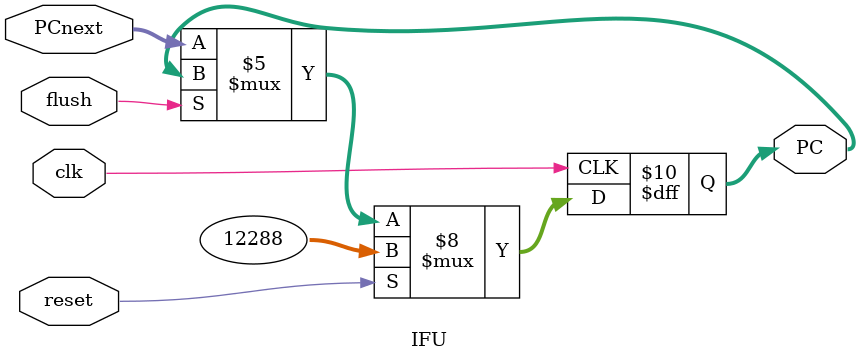
<source format=v>
`timescale 1ns / 1ps

module IFU(
    input clk,
    input reset,
    input flush,
    input [31:0] PCnext,
    output reg [31:0] PC
    );

always @(posedge clk) begin
  if(reset==1) begin
    PC <=32'h0000_3000;
  end

  else if(flush==1) begin
    PC <= PC;
  end

  else begin
    PC <= PCnext;
  end
end

endmodule

</source>
